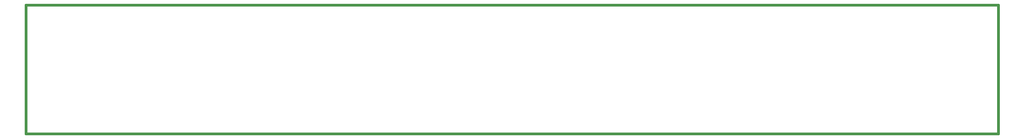
<source format=gbp>
G04 (created by PCBNEW-RS274X (2012-01-19 BZR 3256)-stable) date 28/05/2013 23:41:44*
G01*
G70*
G90*
%MOIN*%
G04 Gerber Fmt 3.4, Leading zero omitted, Abs format*
%FSLAX34Y34*%
G04 APERTURE LIST*
%ADD10C,0.006000*%
%ADD11C,0.015000*%
G04 APERTURE END LIST*
G54D10*
G54D11*
X44882Y-25197D02*
X44882Y-17323D01*
X103937Y-25197D02*
X44882Y-25197D01*
X103937Y-17323D02*
X103937Y-25197D01*
X44882Y-17323D02*
X103937Y-17323D01*
M02*

</source>
